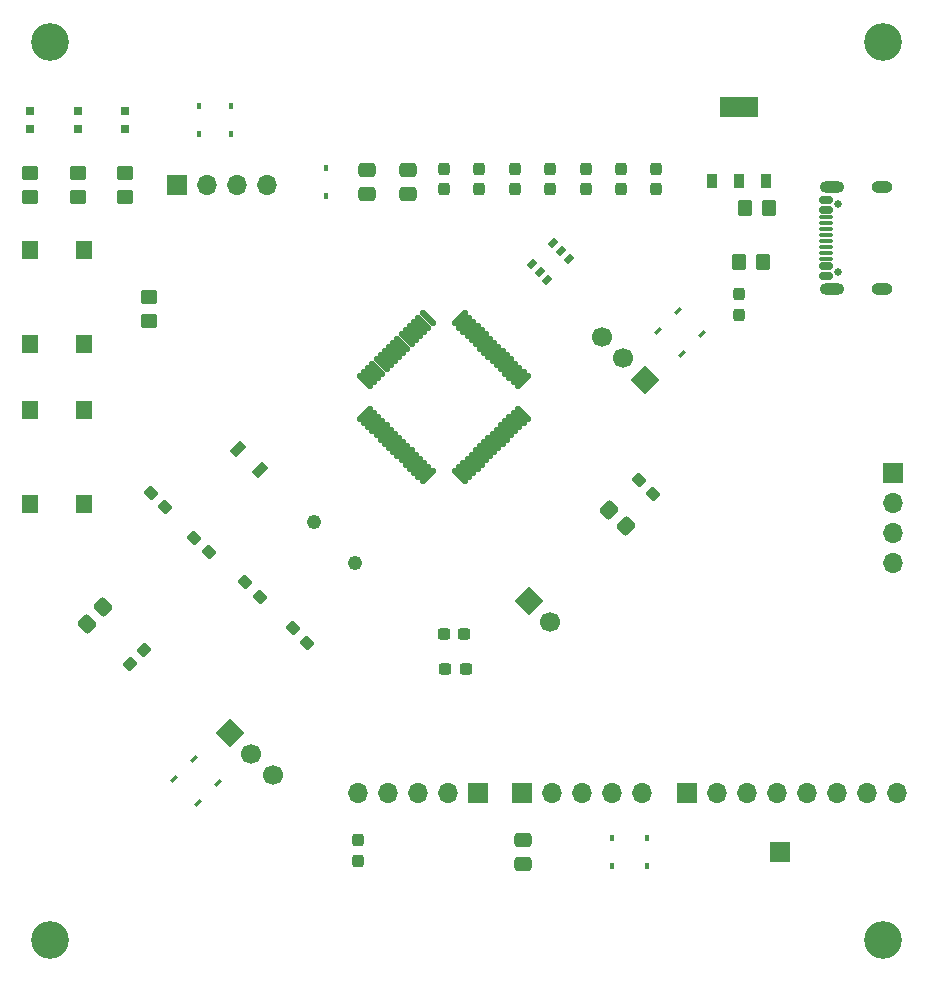
<source format=gbr>
%TF.GenerationSoftware,KiCad,Pcbnew,9.0.0*%
%TF.CreationDate,2025-03-24T18:02:28-05:00*%
%TF.ProjectId,Project 2.0,50726f6a-6563-4742-9032-2e302e6b6963,rev?*%
%TF.SameCoordinates,Original*%
%TF.FileFunction,Soldermask,Top*%
%TF.FilePolarity,Negative*%
%FSLAX46Y46*%
G04 Gerber Fmt 4.6, Leading zero omitted, Abs format (unit mm)*
G04 Created by KiCad (PCBNEW 9.0.0) date 2025-03-24 18:02:28*
%MOMM*%
%LPD*%
G01*
G04 APERTURE LIST*
G04 Aperture macros list*
%AMRoundRect*
0 Rectangle with rounded corners*
0 $1 Rounding radius*
0 $2 $3 $4 $5 $6 $7 $8 $9 X,Y pos of 4 corners*
0 Add a 4 corners polygon primitive as box body*
4,1,4,$2,$3,$4,$5,$6,$7,$8,$9,$2,$3,0*
0 Add four circle primitives for the rounded corners*
1,1,$1+$1,$2,$3*
1,1,$1+$1,$4,$5*
1,1,$1+$1,$6,$7*
1,1,$1+$1,$8,$9*
0 Add four rect primitives between the rounded corners*
20,1,$1+$1,$2,$3,$4,$5,0*
20,1,$1+$1,$4,$5,$6,$7,0*
20,1,$1+$1,$6,$7,$8,$9,0*
20,1,$1+$1,$8,$9,$2,$3,0*%
%AMHorizOval*
0 Thick line with rounded ends*
0 $1 width*
0 $2 $3 position (X,Y) of the first rounded end (center of the circle)*
0 $4 $5 position (X,Y) of the second rounded end (center of the circle)*
0 Add line between two ends*
20,1,$1,$2,$3,$4,$5,0*
0 Add two circle primitives to create the rounded ends*
1,1,$1,$2,$3*
1,1,$1,$4,$5*%
%AMRotRect*
0 Rectangle, with rotation*
0 The origin of the aperture is its center*
0 $1 length*
0 $2 width*
0 $3 Rotation angle, in degrees counterclockwise*
0 Add horizontal line*
21,1,$1,$2,0,0,$3*%
G04 Aperture macros list end*
%ADD10C,0.000000*%
%ADD11RoundRect,0.237500X-0.237500X0.300000X-0.237500X-0.300000X0.237500X-0.300000X0.237500X0.300000X0*%
%ADD12RoundRect,0.237500X0.380070X-0.044194X-0.044194X0.380070X-0.380070X0.044194X0.044194X-0.380070X0*%
%ADD13RoundRect,0.250000X0.450000X-0.350000X0.450000X0.350000X-0.450000X0.350000X-0.450000X-0.350000X0*%
%ADD14R,1.700000X1.700000*%
%ADD15O,1.700000X1.700000*%
%ADD16C,0.650000*%
%ADD17RoundRect,0.150000X0.425000X-0.150000X0.425000X0.150000X-0.425000X0.150000X-0.425000X-0.150000X0*%
%ADD18RoundRect,0.075000X0.500000X-0.075000X0.500000X0.075000X-0.500000X0.075000X-0.500000X-0.075000X0*%
%ADD19O,2.100000X1.000000*%
%ADD20O,1.800000X1.000000*%
%ADD21RoundRect,0.237500X-0.300000X-0.237500X0.300000X-0.237500X0.300000X0.237500X-0.300000X0.237500X0*%
%ADD22R,1.400048X1.549908*%
%ADD23RoundRect,0.250000X-0.475000X0.337500X-0.475000X-0.337500X0.475000X-0.337500X0.475000X0.337500X0*%
%ADD24C,3.200000*%
%ADD25RoundRect,0.250000X0.350000X0.450000X-0.350000X0.450000X-0.350000X-0.450000X0.350000X-0.450000X0*%
%ADD26RotRect,0.600700X0.355600X45.000000*%
%ADD27RotRect,0.774700X0.508000X225.000000*%
%ADD28RoundRect,0.250000X0.475000X-0.337500X0.475000X0.337500X-0.475000X0.337500X-0.475000X-0.337500X0*%
%ADD29RoundRect,0.237500X-0.380070X0.044194X0.044194X-0.380070X0.380070X-0.044194X-0.044194X0.380070X0*%
%ADD30R,0.355600X0.600700*%
%ADD31R,0.863600X1.295400*%
%ADD32RotRect,1.700000X1.700000X45.000000*%
%ADD33HorizOval,1.700000X0.000000X0.000000X0.000000X0.000000X0*%
%ADD34RotRect,0.762000X1.244600X315.000000*%
%ADD35RoundRect,0.102000X-0.424264X-0.636396X0.636396X0.424264X0.424264X0.636396X-0.636396X-0.424264X0*%
%ADD36RoundRect,0.102000X0.424264X-0.636396X0.636396X-0.424264X-0.424264X0.636396X-0.636396X0.424264X0*%
%ADD37R,0.787400X0.787400*%
%ADD38RotRect,0.600700X0.355600X225.000000*%
%ADD39RotRect,1.700000X1.700000X225.000000*%
%ADD40HorizOval,1.700000X0.000000X0.000000X0.000000X0.000000X0*%
%ADD41RoundRect,0.237500X-0.044194X-0.380070X0.380070X0.044194X0.044194X0.380070X-0.380070X-0.044194X0*%
%ADD42C,1.234000*%
%ADD43RoundRect,0.250000X0.070711X-0.565685X0.565685X-0.070711X-0.070711X0.565685X-0.565685X0.070711X0*%
%ADD44RoundRect,0.250000X-0.565685X-0.070711X-0.070711X-0.565685X0.565685X0.070711X0.070711X0.565685X0*%
G04 APERTURE END LIST*
D10*
%TO.C,CR1*%
G36*
X173428175Y-82337708D02*
G01*
X170278575Y-82337708D01*
X170278575Y-80635908D01*
X173428175Y-80635908D01*
X173428175Y-82337708D01*
G37*
%TD*%
D11*
%TO.C,C2*%
X161853375Y-86723107D03*
X161853375Y-88448109D03*
%TD*%
D12*
%TO.C,C9*%
X123284078Y-115360267D03*
X122064318Y-114140507D03*
%TD*%
D11*
%TO.C,C13*%
X171853375Y-97360606D03*
X171853375Y-99085608D03*
%TD*%
D13*
%TO.C,R8*%
X111853375Y-89085608D03*
X111853375Y-87085608D03*
%TD*%
D14*
%TO.C,J7*%
X175353375Y-144585608D03*
%TD*%
%TO.C,J8*%
X184853375Y-112505608D03*
D15*
X184853375Y-115045608D03*
X184853375Y-117585608D03*
X184853375Y-120125608D03*
%TD*%
D11*
%TO.C,C4*%
X152853375Y-86723107D03*
X152853375Y-88448109D03*
%TD*%
D13*
%TO.C,R2*%
X121853375Y-99585608D03*
X121853375Y-97585608D03*
%TD*%
D14*
%TO.C,J4*%
X153478375Y-139585608D03*
D15*
X156018375Y-139585608D03*
X158558374Y-139585608D03*
X161098375Y-139585608D03*
X163638375Y-139585608D03*
%TD*%
D16*
%TO.C,J11*%
X180248375Y-95475608D03*
X180248375Y-89695608D03*
D17*
X179173375Y-95785608D03*
X179173375Y-94985608D03*
D18*
X179173376Y-93835608D03*
X179173375Y-92835608D03*
X179173375Y-92335608D03*
X179173376Y-91335608D03*
D17*
X179173375Y-90185608D03*
X179173375Y-89385608D03*
X179173375Y-89385608D03*
X179173375Y-90185608D03*
D18*
X179173375Y-90835608D03*
X179173375Y-91835608D03*
X179173375Y-93335608D03*
X179173375Y-94335608D03*
D17*
X179173375Y-94985608D03*
X179173375Y-95785608D03*
D19*
X179748375Y-96905608D03*
D20*
X183928375Y-96905608D03*
D19*
X179748375Y-88265608D03*
D20*
X183928375Y-88265608D03*
%TD*%
D21*
%TO.C,C15*%
X146990875Y-129085608D03*
X148715875Y-129085608D03*
%TD*%
D22*
%TO.C,SW2*%
X111853373Y-101585608D03*
X116353375Y-101585608D03*
X111853373Y-93635612D03*
X116353375Y-93635612D03*
%TD*%
D23*
%TO.C,C20*%
X140353376Y-86818108D03*
X140353376Y-88893108D03*
%TD*%
D24*
%TO.C,H4*%
X184000000Y-152000000D03*
%TD*%
D11*
%TO.C,C5*%
X155853375Y-86723107D03*
X155853375Y-88448109D03*
%TD*%
D14*
%TO.C,J6*%
X167478375Y-139585608D03*
D15*
X170018375Y-139585608D03*
X172558374Y-139585608D03*
X175098375Y-139585608D03*
X177638375Y-139585608D03*
X180178375Y-139585608D03*
X182718375Y-139585608D03*
X185258376Y-139585608D03*
%TD*%
D25*
%TO.C,R5*%
X174353375Y-90085608D03*
X172353375Y-90085608D03*
%TD*%
D24*
%TO.C,H1*%
X184000000Y-76000000D03*
%TD*%
D11*
%TO.C,C1*%
X146853375Y-86723107D03*
X146853375Y-88448109D03*
%TD*%
D26*
%TO.C,CR5*%
X167003397Y-102435586D03*
X168703353Y-100735630D03*
%TD*%
D27*
%TO.C,U2*%
X157418663Y-94363825D03*
X156746910Y-93692073D03*
X156075158Y-93020320D03*
X154288087Y-94807391D03*
X154959840Y-95479143D03*
X155631592Y-96150896D03*
%TD*%
D23*
%TO.C,C14*%
X143853376Y-86818108D03*
X143853376Y-88893108D03*
%TD*%
D28*
%TO.C,C19*%
X153598375Y-145623108D03*
X153598375Y-143548108D03*
%TD*%
D29*
%TO.C,C10*%
X125743495Y-117975728D03*
X126963255Y-119195488D03*
%TD*%
D30*
%TO.C,CR16*%
X164098375Y-143383558D03*
X164098375Y-145787658D03*
%TD*%
D31*
%TO.C,CR1*%
X169553375Y-87735208D03*
X171853375Y-87735209D03*
X174153375Y-87735208D03*
%TD*%
D30*
%TO.C,CR14*%
X128853375Y-83787658D03*
X128853375Y-81383558D03*
%TD*%
D13*
%TO.C,R6*%
X119853375Y-89085608D03*
X119853375Y-87085608D03*
%TD*%
D32*
%TO.C,J3*%
X128761273Y-134493506D03*
D33*
X130557324Y-136289557D03*
X132353375Y-138085608D03*
%TD*%
D14*
%TO.C,J2*%
X149753375Y-139585608D03*
D15*
X147213375Y-139585608D03*
X144673375Y-139585608D03*
X142133375Y-139585608D03*
X139593375Y-139585608D03*
%TD*%
D34*
%TO.C,XTAL1*%
X129455349Y-110462241D03*
X131251401Y-112258293D03*
%TD*%
D35*
%TO.C,U1*%
X140171216Y-107464466D03*
X140524769Y-107818020D03*
X140878323Y-108171573D03*
X141231876Y-108525126D03*
X141585429Y-108878680D03*
X141938983Y-109232233D03*
X142292536Y-109585787D03*
X142646090Y-109939340D03*
X142999643Y-110292893D03*
X143353196Y-110646447D03*
X143706750Y-111000000D03*
X144060303Y-111353554D03*
X144413857Y-111707107D03*
X144767410Y-112060660D03*
X145120963Y-112414214D03*
X145474517Y-112767767D03*
D36*
X148232233Y-112767767D03*
X148585787Y-112414214D03*
X148939340Y-112060660D03*
X149292893Y-111707107D03*
X149646447Y-111353554D03*
X150000000Y-111000000D03*
X150353554Y-110646447D03*
X150707107Y-110292893D03*
X151060660Y-109939340D03*
X151414214Y-109585787D03*
X151767767Y-109232233D03*
X152121321Y-108878680D03*
X152474874Y-108525126D03*
X152828427Y-108171573D03*
X153181981Y-107818020D03*
X153535534Y-107464466D03*
D35*
X153535534Y-104706750D03*
X153181981Y-104353196D03*
X152828427Y-103999643D03*
X152474874Y-103646090D03*
X152121321Y-103292536D03*
X151767767Y-102938983D03*
X151414214Y-102585429D03*
X151060660Y-102231876D03*
X150707107Y-101878323D03*
X150353554Y-101524769D03*
X150000000Y-101171216D03*
X149646447Y-100817662D03*
X149292893Y-100464109D03*
X148939340Y-100110556D03*
X148585787Y-99757002D03*
X148232233Y-99403449D03*
D36*
X145474517Y-99403449D03*
X145120963Y-99757002D03*
X144767410Y-100110556D03*
X144413857Y-100464109D03*
X144060303Y-100817662D03*
X143706750Y-101171216D03*
X143353196Y-101524769D03*
X142999643Y-101878323D03*
X142646090Y-102231876D03*
X142292536Y-102585429D03*
X141938983Y-102938983D03*
X141585429Y-103292536D03*
X141231876Y-103646090D03*
X140878323Y-103999643D03*
X140524769Y-104353196D03*
X140171216Y-104706750D03*
%TD*%
D11*
%TO.C,C6*%
X149853376Y-86723107D03*
X149853376Y-88448109D03*
%TD*%
D22*
%TO.C,SW1*%
X111853373Y-115085608D03*
X116353375Y-115085608D03*
X111853373Y-107135612D03*
X116353375Y-107135612D03*
%TD*%
D21*
%TO.C,C16*%
X146853375Y-126085608D03*
X148578375Y-126085608D03*
%TD*%
D14*
%TO.C,J10*%
X124233375Y-88085608D03*
D15*
X126773375Y-88085608D03*
X129313375Y-88085608D03*
X131853375Y-88085608D03*
%TD*%
D37*
%TO.C,LED2*%
X115853375Y-81836308D03*
X115853375Y-83334908D03*
%TD*%
D38*
%TO.C,CR4*%
X127703353Y-138735630D03*
X126003397Y-140435586D03*
%TD*%
%TO.C,CR3*%
X125703353Y-136735630D03*
X124003397Y-138435586D03*
%TD*%
D13*
%TO.C,R7*%
X115853375Y-89085608D03*
X115853375Y-87085608D03*
%TD*%
D39*
%TO.C,J9*%
X163853375Y-104585608D03*
D40*
X162057324Y-102789557D03*
X160261273Y-100993506D03*
%TD*%
D29*
%TO.C,C11*%
X130064318Y-121750386D03*
X131284078Y-122970146D03*
%TD*%
D26*
%TO.C,CR6*%
X165003397Y-100435586D03*
X166703353Y-98735630D03*
%TD*%
D24*
%TO.C,H3*%
X113500000Y-152000000D03*
%TD*%
D25*
%TO.C,R4*%
X173853375Y-94585608D03*
X171853375Y-94585608D03*
%TD*%
D30*
%TO.C,CR13*%
X126100775Y-83787658D03*
X126100775Y-81383558D03*
%TD*%
D11*
%TO.C,C3*%
X158853376Y-86723107D03*
X158853376Y-88448109D03*
%TD*%
D41*
%TO.C,C8*%
X120243495Y-128695488D03*
X121463255Y-127475728D03*
%TD*%
D30*
%TO.C,CR2*%
X136853376Y-86653558D03*
X136853376Y-89057658D03*
%TD*%
D12*
%TO.C,C17*%
X164560482Y-114292715D03*
X163340722Y-113072955D03*
%TD*%
D24*
%TO.C,H2*%
X113500000Y-76000000D03*
%TD*%
D37*
%TO.C,LED1*%
X119853375Y-81836308D03*
X119853375Y-83334908D03*
%TD*%
D11*
%TO.C,C7*%
X164853375Y-86723107D03*
X164853375Y-88448109D03*
%TD*%
D30*
%TO.C,CR18*%
X161098375Y-143383558D03*
X161098375Y-145787658D03*
%TD*%
D11*
%TO.C,C18*%
X139598375Y-143585608D03*
X139598375Y-145310610D03*
%TD*%
D29*
%TO.C,C12*%
X134064317Y-125640507D03*
X135284077Y-126860267D03*
%TD*%
D42*
%TO.C,Y1*%
X135902693Y-116634926D03*
X139353375Y-120085608D03*
%TD*%
D43*
%TO.C,R3*%
X116610735Y-125257182D03*
X118024949Y-123842968D03*
%TD*%
D37*
%TO.C,LED3*%
X111853375Y-81836308D03*
X111853375Y-83334908D03*
%TD*%
D32*
%TO.C,J5*%
X154057324Y-123289557D03*
D33*
X155853375Y-125085608D03*
%TD*%
D44*
%TO.C,R1*%
X160853375Y-115585608D03*
X162267589Y-116999822D03*
%TD*%
M02*

</source>
